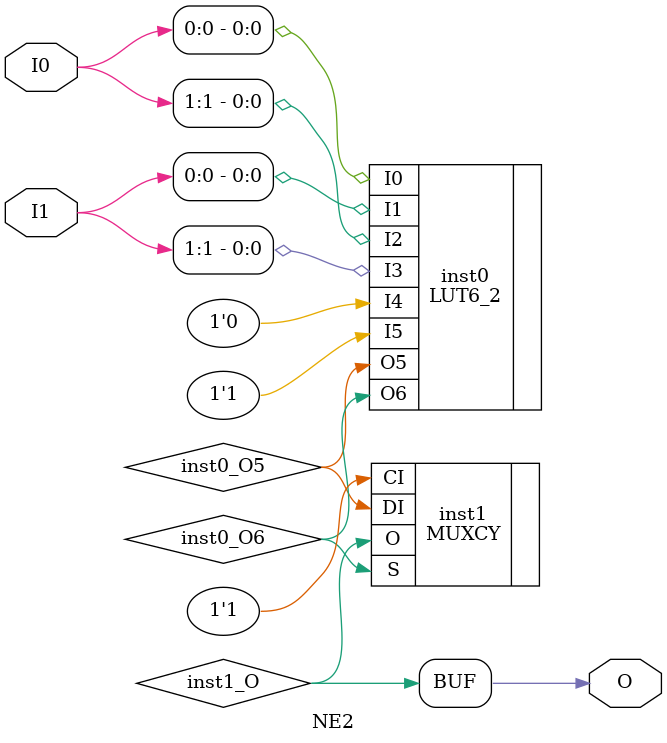
<source format=v>
module NE2 (input [1:0] I0, input [1:0] I1, output  O);
wire  inst0_O5;
wire  inst0_O6;
wire  inst1_O;
LUT6_2 #(.INIT(64'h6FF66FF600000000)) inst0 (.I0(I0[0]), .I1(I1[0]), .I2(I0[1]), .I3(I1[1]), .I4(1'b0), .I5(1'b1), .O5(inst0_O5), .O6(inst0_O6));
MUXCY inst1 (.DI(inst0_O5), .CI(1'b1), .S(inst0_O6), .O(inst1_O));
assign O = inst1_O;
endmodule


</source>
